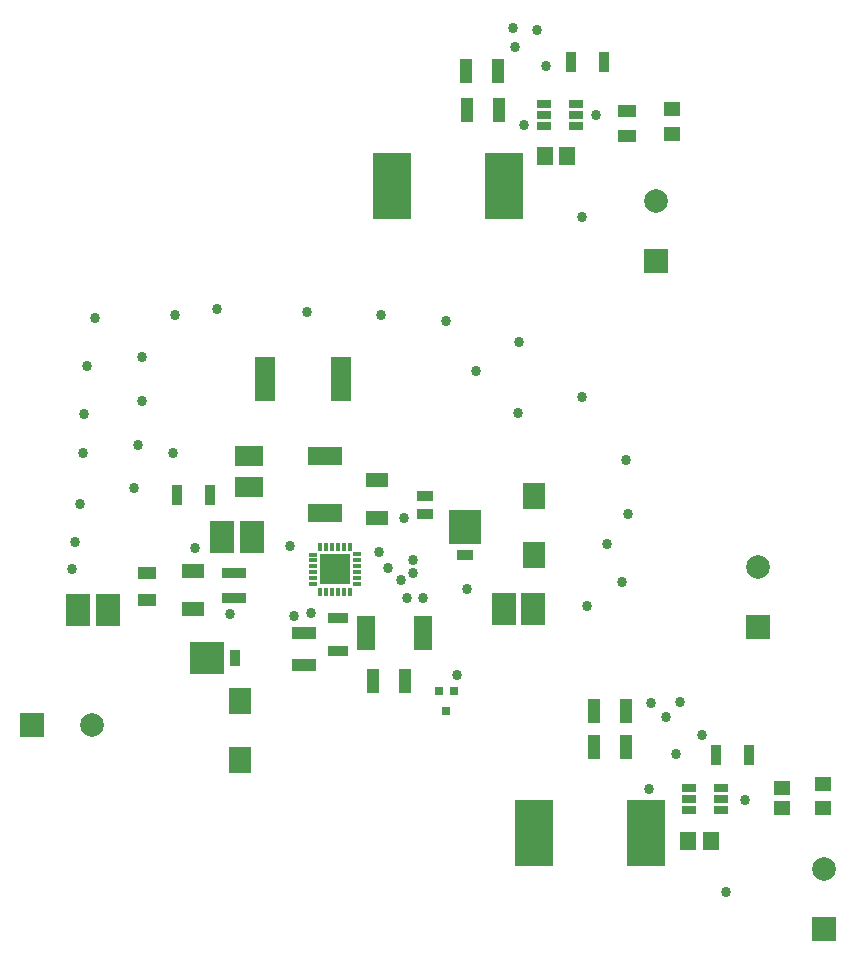
<source format=gts>
%FSTAX23Y23*%
%MOIN*%
%SFA1B1*%

%IPPOS*%
%ADD20R,0.037400X0.066900*%
%ADD21R,0.066900X0.037400*%
%ADD26R,0.082800X0.110500*%
%ADD34R,0.055400X0.061500*%
%ADD35R,0.057600X0.049400*%
%ADD36R,0.053600X0.045500*%
%ADD37R,0.053100X0.037400*%
%ADD43R,0.104500X0.104500*%
%ADD44R,0.031600X0.017800*%
%ADD45R,0.017800X0.031600*%
%ADD46R,0.074900X0.086700*%
%ADD47R,0.126100X0.224500*%
%ADD48R,0.043400X0.080800*%
%ADD49R,0.080800X0.043400*%
%ADD50R,0.059200X0.118200*%
%ADD51R,0.078900X0.037500*%
%ADD52R,0.074900X0.047400*%
%ADD53R,0.069000X0.145800*%
%ADD54R,0.118200X0.059200*%
%ADD55R,0.094600X0.067100*%
%ADD56R,0.059200X0.043400*%
%ADD57R,0.043400X0.082800*%
%ADD58R,0.051300X0.031600*%
%ADD59R,0.058000X0.038000*%
%ADD60R,0.108000X0.113100*%
%ADD61R,0.113100X0.108000*%
%ADD62R,0.038000X0.058000*%
%ADD63R,0.031600X0.031600*%
%ADD64R,0.078900X0.078900*%
%ADD65C,0.078900*%
%ADD66R,0.078900X0.078900*%
%ADD67C,0.034000*%
G54D20*
X04285Y04468D03*
X04174D03*
X04767Y02157D03*
X04657D03*
X02971Y03022D03*
X02861D03*
G54D21*
X03397Y02615D03*
Y02504D03*
G54D26*
X04049Y02644D03*
X0395D03*
X03112Y02885D03*
X03013D03*
X02532Y02639D03*
X0263D03*
G54D34*
X04641Y0187D03*
X04566D03*
X04088Y04155D03*
X04163D03*
G54D35*
X05016Y0198D03*
Y02061D03*
X04513Y04228D03*
Y04309D03*
G54D36*
X04878Y02048D03*
Y01979D03*
G54D37*
X03688Y03019D03*
Y0296D03*
G54D43*
X03388Y02776D03*
G54D44*
X03463Y02747D03*
Y02767D03*
Y02787D03*
Y02806D03*
Y02826D03*
Y02728D03*
X03314Y02747D03*
Y02766D03*
Y02786D03*
Y02806D03*
Y02825D03*
Y02727D03*
G54D45*
X03418Y02851D03*
X03398D03*
X03378D03*
X03359D03*
X03339D03*
X03437D03*
X03418Y02701D03*
X03398D03*
X03378D03*
X03359D03*
X03339D03*
X03437D03*
G54D46*
X04053Y03019D03*
Y02822D03*
X03071Y02338D03*
Y02141D03*
G54D47*
X03951Y04052D03*
X03577D03*
X0405Y01898D03*
X04424D03*
G54D48*
X03515Y02402D03*
X03622D03*
G54D49*
X03285Y02458D03*
Y02565D03*
G54D50*
X03491Y02562D03*
X0368D03*
G54D51*
X03053Y02679D03*
Y02765D03*
G54D52*
X03527Y02946D03*
Y03072D03*
X02914Y02644D03*
Y0277D03*
G54D53*
X03155Y03409D03*
X03409D03*
G54D54*
X03355Y03154D03*
Y02965D03*
G54D55*
X03102Y03155D03*
Y03049D03*
G54D56*
X02763Y02764D03*
Y02674D03*
X04363Y04302D03*
Y04219D03*
G54D57*
X04253Y02183D03*
X04359D03*
X04252Y02304D03*
X04358D03*
X03933Y04436D03*
X03826D03*
X03935Y04308D03*
X03828D03*
G54D58*
X04568Y02009D03*
Y01972D03*
X04675D03*
Y02009D03*
X04568Y02047D03*
X04675D03*
X04084Y04289D03*
X0419Y04326D03*
X04084D03*
X0419Y04289D03*
Y04252D03*
X04084D03*
G54D59*
X0382Y02824D03*
G54D60*
X0382Y02917D03*
G54D61*
X02963Y02481D03*
G54D62*
X03055Y02481D03*
G54D63*
X03734Y02369D03*
X03785D03*
X03759Y02302D03*
G54D64*
X04797Y02584D03*
X05019Y01576D03*
X04459Y03804D03*
G54D65*
X04797Y02784D03*
X04459Y04004D03*
X02579Y02258D03*
X05019Y01776D03*
G54D66*
X02379Y02258D03*
G54D67*
X02849Y03163D03*
X03371Y028D03*
X03412Y02801D03*
X03409Y02753D03*
X03364Y02755D03*
X03238Y02852D03*
X02718Y03048D03*
X0292Y02846D03*
X0449Y02285D03*
X04526Y0216D03*
X04539Y02332D03*
X04442Y02329D03*
X02511Y02777D03*
X02523Y02866D03*
X02539Y02994D03*
X0273Y03191D03*
X02549Y03163D03*
X02744Y03338D03*
X0255Y03293D03*
X02746Y03485D03*
X02562Y03452D03*
X02587Y03615D03*
X02855Y03625D03*
X02995Y03644D03*
X03296Y03635D03*
X03542Y03623D03*
X03757Y03605D03*
X04002Y03532D03*
X03857Y03437D03*
X04211Y03349D03*
X04227Y02655D03*
X04295Y02861D03*
X04346Y02735D03*
X03989Y04516D03*
X04063Y04572D03*
X03982Y0458D03*
X04018Y04257D03*
X03795Y02425D03*
X03607Y02739D03*
X04359Y03139D03*
X03999Y03296D03*
X04366Y02961D03*
X03827Y0271D03*
X03618Y02947D03*
X03629Y02681D03*
X03683D03*
X03648Y02765D03*
Y02806D03*
X03565Y02779D03*
X03534Y02833D03*
X03039Y02626D03*
X03307Y0263D03*
X03253Y02621D03*
X04092Y04455D03*
X04212Y0395D03*
X04257Y04289D03*
X04436Y02042D03*
X0461Y02225D03*
X04755Y02007D03*
X0469Y01701D03*
M02*
</source>
